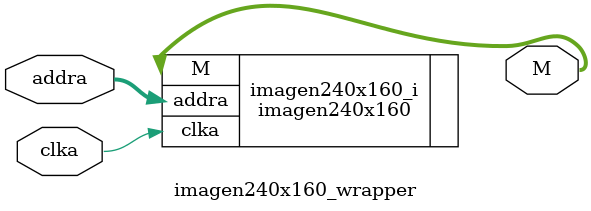
<source format=v>
`timescale 1 ps / 1 ps

module imagen240x160_wrapper
   (M,
    addra,
    clka);
  output [11:0]M;
  input [15:0]addra;
  input clka;

  wire [11:0]M;
  wire [15:0]addra;
  wire clka;

  imagen240x160 imagen240x160_i
       (.M(M),
        .addra(addra),
        .clka(clka));
endmodule

</source>
